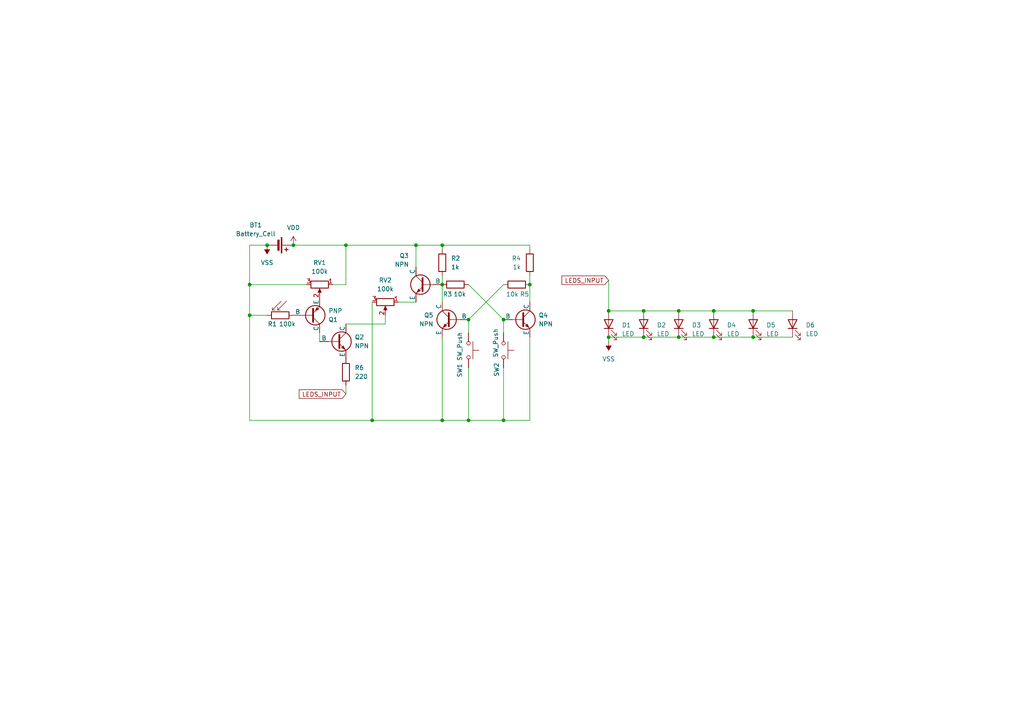
<source format=kicad_sch>
(kicad_sch (version 20250114) (generator "eeschema") (generator_version "9.0")
  (paper "A4")
  (title_block (title "Light-Up name badge") (date "2025-05-30") (rev "v1") (company "Edward Hesketh"))
  (lib_symbols
    (symbol "Device:Battery_Cell" (pin_numbers (hide yes)) (pin_names (offset 0) (hide yes))
      (property "Reference" "BT" (at 2.54 2.54 0))
      (property "Value" "Battery_Cell" (at 2.54 0 0))
      (symbol "Battery_Cell_0_1"
        (rectangle (start -2.286 1.778) (end 2.286 1.524) (fill (type outline)))
        (rectangle (start -1.524 1.016) (end 1.524 0.508) (fill (type outline)))
        (polyline (pts (xy 0 1.778) (xy 0 2.54)))
        (polyline (pts (xy 0 0.762) (xy 0 0)))
        (polyline (pts (xy 0.762 3.048) (xy 1.778 3.048)) (stroke (width 0.254)))
        (polyline (pts (xy 1.27 3.556) (xy 1.27 2.54)) (stroke (width 0.254)))
      )
      (symbol "Battery_Cell_1_1"
        (pin passive line (at 0 5.08 270) (length 2.54) (name "+") (number "1"))
        (pin passive line (at 0 -2.54 90) (length 2.54) (name "-") (number "2"))
      )
    )
    (symbol "Device:LED" (pin_numbers (hide yes)) (pin_names (offset 1.016) (hide yes))
      (property "Reference" "D" (at 0 2.54 0))
      (property "Value" "LED" (at 0 -2.54 0))
      (symbol "LED_0_1"
        (polyline (pts (xy -3.048 -0.762) (xy -4.572 -2.286) (xy -3.81 -2.286) (xy -4.572 -2.286) (xy -4.572 -1.524)))
        (polyline (pts (xy -1.778 -0.762) (xy -3.302 -2.286) (xy -2.54 -2.286) (xy -3.302 -2.286) (xy -3.302 -1.524)))
        (polyline (pts (xy -1.27 0) (xy 1.27 0)))
        (polyline (pts (xy -1.27 -1.27) (xy -1.27 1.27)) (stroke (width 0.254)))
        (polyline (pts (xy 1.27 -1.27) (xy 1.27 1.27) (xy -1.27 0) (xy 1.27 -1.27)) (stroke (width 0.254)))
      )
      (symbol "LED_1_1"
        (pin passive line (at -3.81 0 0) (length 2.54) (name "K") (number "1"))
        (pin passive line (at 3.81 0 180) (length 2.54) (name "A") (number "2"))
      )
    )
    (symbol "Device:R" (pin_numbers (hide yes)) (pin_names (offset 0))
      (property "Reference" "R" (at 2.032 0 90))
      (property "Value" "R" (at 0 0 90))
      (symbol "R_0_1"
        (rectangle (start -1.016 -2.54) (end 1.016 2.54) (stroke (width 0.254)))
      )
      (symbol "R_1_1"
        (pin passive line (at 0 3.81 270) (length 1.27) (name "~") (number "1"))
        (pin passive line (at 0 -3.81 90) (length 1.27) (name "~") (number "2"))
      )
    )
    (symbol "Device:R_Photo" (pin_numbers (hide yes)) (pin_names (offset 0))
      (property "Reference" "R" (at 1.27 1.27 0))
      (property "Value" "R_Photo" (at 1.27 0 0))
      (symbol "R_Photo_0_1"
        (polyline (pts (xy -1.524 -0.762) (xy -4.064 1.778)))
        (polyline (pts (xy -1.524 -0.762) (xy -2.286 -0.762)))
        (polyline (pts (xy -1.524 -0.762) (xy -1.524 0)))
        (polyline (pts (xy -1.524 -2.286) (xy -4.064 0.254)))
        (polyline (pts (xy -1.524 -2.286) (xy -2.286 -2.286)))
        (polyline (pts (xy -1.524 -2.286) (xy -1.524 -1.524)))
        (rectangle (start -1.016 2.54) (end 1.016 -2.54) (stroke (width 0.254)))
      )
      (symbol "R_Photo_1_1"
        (pin passive line (at 0 3.81 270) (length 1.27) (name "~") (number "1"))
        (pin passive line (at 0 -3.81 90) (length 1.27) (name "~") (number "2"))
      )
    )
    (symbol "Device:R_Potentiometer" (pin_names (offset 1.016) (hide yes))
      (property "Reference" "RV" (at -4.445 0 90))
      (property "Value" "R_Potentiometer" (at -2.54 0 90))
      (symbol "R_Potentiometer_0_1"
        (rectangle (start 1.016 2.54) (end -1.016 -2.54) (stroke (width 0.254)))
        (polyline (pts (xy 1.143 0) (xy 2.286 0.508) (xy 2.286 -0.508) (xy 1.143 0)) (fill (type outline)))
        (polyline (pts (xy 2.54 0) (xy 1.524 0)))
      )
      (symbol "R_Potentiometer_1_1"
        (pin passive line (at 0 3.81 270) (length 1.27) (name "1") (number "1"))
        (pin passive line (at 0 -3.81 90) (length 1.27) (name "3") (number "3"))
        (pin passive line (at 3.81 0 180) (length 1.27) (name "2") (number "2"))
      )
    )
    (symbol "Simulation_SPICE:NPN" (pin_numbers (hide yes)) (pin_names (offset 0))
      (property "Reference" "Q" (at -2.54 7.62 0))
      (property "Value" "NPN" (at -2.54 5.08 0))
      (symbol "NPN_0_1"
        (polyline (pts (xy -2.54 0) (xy 0.635 0)) (stroke (width 0.1524)))
        (polyline (pts (xy 0.635 1.905) (xy 0.635 -1.905) (xy 0.635 -1.905)) (stroke (width 0.508)))
        (polyline (pts (xy 0.635 0.635) (xy 2.54 2.54)))
        (polyline (pts (xy 0.635 -0.635) (xy 2.54 -2.54) (xy 2.54 -2.54)))
        (circle (center 1.27 0) (radius 2.8194) (stroke (width 0.254)))
        (polyline (pts (xy 1.27 -1.778) (xy 1.778 -1.27) (xy 2.286 -2.286) (xy 1.27 -1.778) (xy 1.27 -1.778)) (fill (type outline)))
        (polyline (pts (xy 2.794 -1.27) (xy 2.794 -1.27)) (stroke (width 0.1524)))
        (polyline (pts (xy 2.794 -1.27) (xy 2.794 -1.27)) (stroke (width 0.1524)))
      )
      (symbol "NPN_1_1"
        (pin input line (at -5.08 0 0) (length 2.54) (name "B") (number "2"))
        (pin open_collector line (at 2.54 5.08 270) (length 2.54) (name "C") (number "1"))
        (pin open_emitter line (at 2.54 -5.08 90) (length 2.54) (name "E") (number "3"))
      )
    )
    (symbol "Simulation_SPICE:PNP" (pin_numbers (hide yes)) (pin_names (offset 0))
      (property "Reference" "Q" (at -2.54 7.62 0))
      (property "Value" "PNP" (at -2.54 5.08 0))
      (symbol "PNP_0_1"
        (polyline (pts (xy -2.54 0) (xy 0.635 0)) (stroke (width 0.1524)))
        (polyline (pts (xy 0.635 1.905) (xy 0.635 -1.905) (xy 0.635 -1.905)) (stroke (width 0.508)))
        (polyline (pts (xy 0.635 0.635) (xy 2.54 2.54)))
        (polyline (pts (xy 0.635 -0.635) (xy 2.54 -2.54) (xy 2.54 -2.54)))
        (circle (center 1.27 0) (radius 2.8194) (stroke (width 0.254)))
        (polyline (pts (xy 2.286 -1.778) (xy 1.778 -2.286) (xy 1.27 -1.27) (xy 2.286 -1.778) (xy 2.286 -1.778)) (fill (type outline)))
      )
      (symbol "PNP_1_1"
        (pin input line (at -5.08 0 0) (length 2.54) (name "B") (number "2"))
        (pin open_collector line (at 2.54 5.08 270) (length 2.54) (name "C") (number "1"))
        (pin open_emitter line (at 2.54 -5.08 90) (length 2.54) (name "E") (number "3"))
      )
    )
    (symbol "Switch:SW_Push" (pin_numbers (hide yes)) (pin_names (offset 1.016) (hide yes))
      (property "Reference" "SW" (at 1.27 2.54 0))
      (property "Value" "SW_Push" (at 0 -1.524 0))
      (symbol "SW_Push_0_1"
        (circle (center -2.032 0) (radius 0.508))
        (polyline (pts (xy 0 1.27) (xy 0 3.048)))
        (circle (center 2.032 0) (radius 0.508))
        (polyline (pts (xy 2.54 1.27) (xy -2.54 1.27)))
        (pin passive line (at -5.08 0 0) (length 2.54) (name "1") (number "1"))
        (pin passive line (at 5.08 0 180) (length 2.54) (name "2") (number "2"))
      )
    )
    (symbol "power:VDD" (power) (pin_numbers (hide yes)) (pin_names (offset 0) (hide yes))
      (property "Value" "VDD" (at 0 3.556 0))
      (symbol "VDD_0_1"
        (polyline (pts (xy -0.762 1.27) (xy 0 2.54)))
        (polyline (pts (xy 0 2.54) (xy 0.762 1.27)))
        (polyline (pts (xy 0 0) (xy 0 2.54)))
      )
      (symbol "VDD_1_1"
        (pin power_in line (at 0 0 90) (length 0) (name "~") (number "1"))
      )
    )
    (symbol "power:VSS" (power) (pin_numbers (hide yes)) (pin_names (offset 0) (hide yes))
      (property "Value" "VSS" (at 0 3.556 0))
      (symbol "VSS_0_1"
        (polyline (pts (xy 0 0) (xy 0 2.54)))
        (polyline (pts (xy 0.762 1.27) (xy -0.762 1.27) (xy 0 2.54) (xy 0.762 1.27)) (fill (type outline)))
      )
      (symbol "VSS_1_1"
        (pin power_in line (at 0 0 90) (length 0) (name "~") (number "1"))
      )
    )
  )
  (junction (at 120.65 71.12))
  (junction (at 218.44 90.17))
  (junction (at 128.27 121.92))
  (junction (at 135.89 121.92))
  (junction (at 176.53 97.79))
  (junction (at 196.85 97.79))
  (junction (at 128.27 71.12))
  (junction (at 186.69 97.79))
  (junction (at 85.09 71.12))
  (junction (at 128.27 82.55))
  (junction (at 72.39 82.55))
  (junction (at 72.39 91.44))
  (junction (at 100.33 71.12))
  (junction (at 207.01 97.79))
  (junction (at 207.01 90.17))
  (junction (at 218.44 97.79))
  (junction (at 77.47 71.12))
  (junction (at 186.69 90.17))
  (junction (at 146.05 92.71))
  (junction (at 146.05 121.92))
  (junction (at 107.95 121.92))
  (junction (at 135.89 92.71))
  (junction (at 153.67 82.55))
  (junction (at 196.85 90.17))
  (junction (at 176.53 90.17))
  (wire (pts (xy 207.01 90.17) (xy 218.44 90.17)))
  (wire (pts (xy 153.67 97.79) (xy 153.67 121.92)))
  (wire (pts (xy 100.33 114.3) (xy 100.33 111.76)))
  (wire (pts (xy 128.27 97.79) (xy 128.27 121.92)))
  (wire (pts (xy 107.95 87.63) (xy 107.95 121.92)))
  (wire (pts (xy 120.65 77.47) (xy 120.65 71.12)))
  (wire (pts (xy 186.69 97.79) (xy 196.85 97.79)))
  (wire (pts (xy 153.67 72.39) (xy 153.67 71.12)))
  (wire (pts (xy 100.33 71.12) (xy 100.33 82.55)))
  (wire (pts (xy 72.39 82.55) (xy 72.39 71.12)))
  (wire (pts (xy 128.27 80.01) (xy 128.27 82.55)))
  (wire (pts (xy 153.67 80.01) (xy 153.67 82.55)))
  (wire (pts (xy 146.05 96.52) (xy 146.05 92.71)))
  (wire (pts (xy 176.53 81.28) (xy 176.53 90.17)))
  (wire (pts (xy 72.39 121.92) (xy 107.95 121.92)))
  (wire (pts (xy 107.95 121.92) (xy 128.27 121.92)))
  (wire (pts (xy 100.33 93.98) (xy 111.76 93.98)))
  (wire (pts (xy 186.69 90.17) (xy 196.85 90.17)))
  (wire (pts (xy 176.53 97.79) (xy 186.69 97.79)))
  (wire (pts (xy 135.89 92.71) (xy 146.05 82.55)))
  (wire (pts (xy 135.89 96.52) (xy 135.89 92.71)))
  (wire (pts (xy 207.01 97.79) (xy 218.44 97.79)))
  (wire (pts (xy 128.27 82.55) (xy 128.27 87.63)))
  (wire (pts (xy 135.89 106.68) (xy 135.89 121.92)))
  (wire (pts (xy 100.33 71.12) (xy 120.65 71.12)))
  (wire (pts (xy 72.39 82.55) (xy 88.9 82.55)))
  (wire (pts (xy 92.71 99.06) (xy 92.71 96.52)))
  (wire (pts (xy 85.09 71.12) (xy 100.33 71.12)))
  (wire (pts (xy 135.89 82.55) (xy 146.05 92.71)))
  (wire (pts (xy 218.44 97.79) (xy 229.87 97.79)))
  (wire (pts (xy 128.27 72.39) (xy 128.27 71.12)))
  (wire (pts (xy 120.65 71.12) (xy 128.27 71.12)))
  (wire (pts (xy 72.39 91.44) (xy 77.47 91.44)))
  (wire (pts (xy 196.85 90.17) (xy 207.01 90.17)))
  (wire (pts (xy 128.27 121.92) (xy 135.89 121.92)))
  (wire (pts (xy 146.05 121.92) (xy 135.89 121.92)))
  (wire (pts (xy 100.33 82.55) (xy 96.52 82.55)))
  (wire (pts (xy 153.67 82.55) (xy 153.67 87.63)))
  (wire (pts (xy 146.05 106.68) (xy 146.05 121.92)))
  (wire (pts (xy 218.44 90.17) (xy 229.87 90.17)))
  (wire (pts (xy 128.27 71.12) (xy 153.67 71.12)))
  (wire (pts (xy 111.76 93.98) (xy 111.76 91.44)))
  (wire (pts (xy 176.53 99.06) (xy 176.53 97.79)))
  (wire (pts (xy 72.39 71.12) (xy 77.47 71.12)))
  (wire (pts (xy 72.39 121.92) (xy 72.39 91.44)))
  (wire (pts (xy 72.39 82.55) (xy 72.39 91.44)))
  (wire (pts (xy 196.85 97.79) (xy 207.01 97.79)))
  (wire (pts (xy 115.57 87.63) (xy 120.65 87.63)))
  (wire (pts (xy 176.53 90.17) (xy 186.69 90.17)))
  (wire (pts (xy 153.67 121.92) (xy 146.05 121.92)))
  (global_label "LEDS_INPUT" (shape input) (at 100.33 114.3 180) (property "Intersheetrefs" "${INTERSHEET_REFS}" (effects (hide yes))))
  (global_label "LEDS_INPUT" (shape input) (at 176.53 81.28 180) (property "Intersheetrefs" "${INTERSHEET_REFS}" (effects (hide yes))))
  (symbol (lib_id "Switch:SW_Push") (at 135.89 101.6 270) (unit 1)
    (property "Reference" "SW1" (at 133.35 105.41 0) (effects (justify left)))
    (property "Value" "SW_Push" (at 133.35 96.266 0) (effects (justify left)))
    (property "Footprint" "Button_Switch_THT:SW_PUSH_6mm" (effects (hide yes)))
    (property "Description" "Push button switch, generic, two pins" (effects (hide yes)))
  )
  (symbol (lib_id "Simulation_SPICE:NPN") (at 130.81 92.71 0) (mirror y) (unit 1)
    (property "Reference" "Q5" (at 125.73 91.4399 0) (effects (justify left)))
    (property "Value" "NPN" (at 125.73 93.9799 0) (effects (justify left)))
    (property "Footprint" "Package_TO_SOT_THT:TO-92L_HandSolder" (effects (hide yes)))
    (property "Datasheet" "https://ngspice.sourceforge.io/docs/ngspice-html-manual/manual.xhtml#cha_BJTs" (effects (hide yes)))
    (property "Description" "Bipolar transistor symbol for simulation only, substrate tied to the emitter" (effects (hide yes)))
    (property "Sim.Device" "NPN" (effects (hide yes)))
    (property "Sim.Type" "GUMMELPOON" (effects (hide yes)))
    (property "Sim.Pins" "1=C 2=B 3=E" (effects (hide yes)))
  )
  (symbol (lib_id "Device:LED") (at 229.87 93.98 90) (unit 1)
    (property "Reference" "D6" (at 233.68 94.2974 90) (effects (justify right)))
    (property "Value" "LED" (at 233.68 96.8374 90) (effects (justify right)))
    (property "Footprint" "LED_THT:LED_D5.0mm" (effects (hide yes)))
    (property "Description" "Light emitting diode" (effects (hide yes)))
    (property "Sim.Pins" "1=K 2=A" (effects (hide yes)))
  )
  (symbol (lib_id "Simulation_SPICE:NPN") (at 97.79 99.06 0) (unit 1)
    (property "Reference" "Q2" (at 102.87 97.7899 0) (effects (justify left)))
    (property "Value" "NPN" (at 102.87 100.3299 0) (effects (justify left)))
    (property "Footprint" "Package_TO_SOT_THT:TO-92L_HandSolder" (effects (hide yes)))
    (property "Datasheet" "https://ngspice.sourceforge.io/docs/ngspice-html-manual/manual.xhtml#cha_BJTs" (effects (hide yes)))
    (property "Description" "Bipolar transistor symbol for simulation only, substrate tied to the emitter" (effects (hide yes)))
    (property "Sim.Device" "NPN" (effects (hide yes)))
    (property "Sim.Type" "GUMMELPOON" (effects (hide yes)))
    (property "Sim.Pins" "1=C 2=B 3=E" (effects (hide yes)))
  )
  (symbol (lib_id "Device:LED") (at 196.85 93.98 90) (unit 1)
    (property "Reference" "D3" (at 200.66 94.2974 90) (effects (justify right)))
    (property "Value" "LED" (at 200.66 96.8374 90) (effects (justify right)))
    (property "Footprint" "LED_THT:LED_D5.0mm" (effects (hide yes)))
    (property "Description" "Light emitting diode" (effects (hide yes)))
    (property "Sim.Pins" "1=K 2=A" (effects (hide yes)))
  )
  (symbol (lib_id "Device:R") (at 128.27 76.2 0) (unit 1)
    (property "Reference" "R2" (at 130.81 74.9299 0) (effects (justify left)))
    (property "Value" "1k" (at 130.81 77.4699 0) (effects (justify left)))
    (property "Footprint" "Resistor_THT:R_Axial_DIN0207_L6.3mm_D2.5mm_P7.62mm_Horizontal" (effects (hide yes)))
    (property "Description" "Resistor" (effects (hide yes)))
  )
  (symbol (lib_id "Simulation_SPICE:NPN") (at 151.13 92.71 0) (unit 1)
    (property "Reference" "Q4" (at 156.21 91.4399 0) (effects (justify left)))
    (property "Value" "NPN" (at 156.21 93.9799 0) (effects (justify left)))
    (property "Footprint" "Package_TO_SOT_THT:TO-92L_HandSolder" (effects (hide yes)))
    (property "Datasheet" "https://ngspice.sourceforge.io/docs/ngspice-html-manual/manual.xhtml#cha_BJTs" (effects (hide yes)))
    (property "Description" "Bipolar transistor symbol for simulation only, substrate tied to the emitter" (effects (hide yes)))
    (property "Sim.Device" "NPN" (effects (hide yes)))
    (property "Sim.Type" "GUMMELPOON" (effects (hide yes)))
    (property "Sim.Pins" "1=C 2=B 3=E" (effects (hide yes)))
  )
  (symbol (lib_id "Device:LED") (at 218.44 93.98 90) (unit 1)
    (property "Reference" "D5" (at 222.25 94.2974 90) (effects (justify right)))
    (property "Value" "LED" (at 222.25 96.8374 90) (effects (justify right)))
    (property "Footprint" "LED_THT:LED_D5.0mm" (effects (hide yes)))
    (property "Description" "Light emitting diode" (effects (hide yes)))
    (property "Sim.Pins" "1=K 2=A" (effects (hide yes)))
  )
  (symbol (lib_id "Device:R_Potentiometer") (at 92.71 82.55 270) (unit 1)
    (property "Reference" "RV1" (at 92.71 76.2 90))
    (property "Value" "100k" (at 92.71 78.74 90))
    (property "Footprint" "Potentiometer_THT:Potentiometer_Vishay_T73YP_Vertical" (effects (hide yes)))
    (property "Description" "Potentiometer" (effects (hide yes)))
  )
  (symbol (lib_id "Device:R") (at 153.67 76.2 0) (mirror y) (unit 1)
    (property "Reference" "R4" (at 151.13 74.9299 0) (effects (justify left)))
    (property "Value" "1k" (at 151.13 77.4699 0) (effects (justify left)))
    (property "Footprint" "Resistor_THT:R_Axial_DIN0207_L6.3mm_D2.5mm_P7.62mm_Horizontal" (effects (hide yes)))
    (property "Description" "Resistor" (effects (hide yes)))
  )
  (symbol (lib_id "Switch:SW_Push") (at 146.05 101.6 270) (unit 1)
    (property "Reference" "SW2" (at 144.018 105.156 0) (effects (justify left)))
    (property "Value" "SW_Push" (at 143.764 95.25 0) (effects (justify left)))
    (property "Footprint" "Button_Switch_THT:SW_PUSH_6mm" (effects (hide yes)))
    (property "Description" "Push button switch, generic, two pins" (effects (hide yes)))
  )
  (symbol (lib_id "Device:LED") (at 176.53 93.98 90) (unit 1)
    (property "Reference" "D1" (at 180.34 94.2974 90) (effects (justify right)))
    (property "Value" "LED" (at 180.34 96.8374 90) (effects (justify right)))
    (property "Footprint" "LED_THT:LED_D5.0mm" (effects (hide yes)))
    (property "Description" "Light emitting diode" (effects (hide yes)))
    (property "Sim.Pins" "1=K 2=A" (effects (hide yes)))
  )
  (symbol (lib_id "Device:R_Potentiometer") (at 111.76 87.63 270) (unit 1)
    (property "Reference" "RV2" (at 111.76 81.28 90))
    (property "Value" "100k" (at 111.76 83.82 90))
    (property "Footprint" "Potentiometer_THT:Potentiometer_Vishay_T73YP_Vertical" (effects (hide yes)))
    (property "Description" "Potentiometer" (effects (hide yes)))
  )
  (symbol (lib_id "Device:LED") (at 207.01 93.98 90) (unit 1)
    (property "Reference" "D4" (at 210.82 94.2974 90) (effects (justify right)))
    (property "Value" "LED" (at 210.82 96.8374 90) (effects (justify right)))
    (property "Footprint" "LED_THT:LED_D5.0mm" (effects (hide yes)))
    (property "Description" "Light emitting diode" (effects (hide yes)))
    (property "Sim.Pins" "1=K 2=A" (effects (hide yes)))
  )
  (symbol (lib_id "Simulation_SPICE:PNP") (at 90.17 91.44 0) (mirror x) (unit 1)
    (property "Reference" "Q1" (at 95.25 92.7101 0) (effects (justify left)))
    (property "Value" "PNP" (at 95.25 90.1701 0) (effects (justify left)))
    (property "Footprint" "Package_TO_SOT_THT:TO-92L_HandSolder" (effects (hide yes)))
    (property "Datasheet" "https://ngspice.sourceforge.io/docs/ngspice-html-manual/manual.xhtml#cha_BJTs" (effects (hide yes)))
    (property "Description" "Bipolar transistor symbol for simulation only, substrate tied to the emitter" (effects (hide yes)))
    (property "Sim.Device" "PNP" (effects (hide yes)))
    (property "Sim.Type" "GUMMELPOON" (effects (hide yes)))
    (property "Sim.Pins" "1=C 2=B 3=E" (effects (hide yes)))
  )
  (symbol (lib_id "Device:R_Photo") (at 81.28 91.44 270) (unit 1)
    (property "Reference" "R1" (at 78.994 93.98 90))
    (property "Value" "100k" (at 83.312 93.98 90))
    (property "Footprint" "OptoDevice:R_LDR_5.1x4.3mm_P3.4mm_Vertical" (effects (hide yes)))
    (property "Description" "Photoresistor" (effects (hide yes)))
  )
  (symbol (lib_id "Device:Battery_Cell") (at 80.01 71.12 270) (unit 1)
    (property "Reference" "BT1" (at 74.168 65.278 90))
    (property "Value" "Battery_Cell" (at 74.168 67.818 90))
    (property "Footprint" "Battery:BatteryHolder_Keystone_3034_1x20mm" (effects (hide yes)))
    (property "Description" "Single-cell battery" (effects (hide yes)))
  )
  (symbol (lib_id "Device:R") (at 149.86 82.55 270) (mirror x) (unit 1)
    (property "Reference" "R5" (at 152.146 85.344 90))
    (property "Value" "10k" (at 148.59 85.344 90))
    (property "Footprint" "Resistor_THT:R_Axial_DIN0207_L6.3mm_D2.5mm_P7.62mm_Horizontal" (effects (hide yes)))
    (property "Description" "Resistor" (effects (hide yes)))
  )
  (symbol (lib_id "Device:LED") (at 186.69 93.98 90) (unit 1)
    (property "Reference" "D2" (at 190.5 94.2974 90) (effects (justify right)))
    (property "Value" "LED" (at 190.5 96.8374 90) (effects (justify right)))
    (property "Footprint" "LED_THT:LED_D5.0mm" (effects (hide yes)))
    (property "Description" "Light emitting diode" (effects (hide yes)))
    (property "Sim.Pins" "1=K 2=A" (effects (hide yes)))
  )
  (symbol (lib_id "power:VSS") (at 176.53 99.06 180) (unit 1)
    (property "Reference" "#PWR01" (effects (hide yes)))
    (property "Value" "VSS" (at 176.53 104.14 0))
    (property "Description" "Power symbol creates a global label with name \"VSS\"" (effects (hide yes)))
  )
  (symbol (lib_id "Device:R") (at 100.33 107.95 0) (unit 1)
    (property "Reference" "R6" (at 102.87 106.6799 0) (effects (justify left)))
    (property "Value" "220" (at 102.87 109.2199 0) (effects (justify left)))
    (property "Footprint" "Resistor_THT:R_Axial_DIN0207_L6.3mm_D2.5mm_P7.62mm_Horizontal" (effects (hide yes)))
    (property "Description" "Resistor" (effects (hide yes)))
  )
  (symbol (lib_id "Simulation_SPICE:NPN") (at 123.19 82.55 0) (mirror y) (unit 1)
    (property "Reference" "Q3" (at 118.618 74.168 0) (effects (justify left)))
    (property "Value" "NPN" (at 118.618 76.708 0) (effects (justify left)))
    (property "Footprint" "Package_TO_SOT_THT:TO-92L_HandSolder" (effects (hide yes)))
    (property "Datasheet" "https://ngspice.sourceforge.io/docs/ngspice-html-manual/manual.xhtml#cha_BJTs" (effects (hide yes)))
    (property "Description" "Bipolar transistor symbol for simulation only, substrate tied to the emitter" (effects (hide yes)))
    (property "Sim.Device" "NPN" (effects (hide yes)))
    (property "Sim.Type" "GUMMELPOON" (effects (hide yes)))
    (property "Sim.Pins" "1=C 2=B 3=E" (effects (hide yes)))
  )
  (symbol (lib_id "power:VSS") (at 77.47 71.12 180) (unit 1)
    (property "Reference" "#PWR02" (effects (hide yes)))
    (property "Value" "VSS" (at 77.47 76.2 0))
    (property "Description" "Power symbol creates a global label with name \"VSS\"" (effects (hide yes)))
  )
  (symbol (lib_id "power:VDD") (at 85.09 71.12 0) (unit 1)
    (property "Reference" "#PWR03" (effects (hide yes)))
    (property "Value" "VDD" (at 85.09 66.04 0))
    (property "Description" "Power symbol creates a global label with name \"VDD\"" (effects (hide yes)))
  )
  (symbol (lib_id "Device:R") (at 132.08 82.55 90) (unit 1)
    (property "Reference" "R3" (at 129.794 85.344 90))
    (property "Value" "10k" (at 133.35 85.344 90))
    (property "Footprint" "Resistor_THT:R_Axial_DIN0207_L6.3mm_D2.5mm_P7.62mm_Horizontal" (effects (hide yes)))
    (property "Description" "Resistor" (effects (hide yes)))
  )
)
</source>
